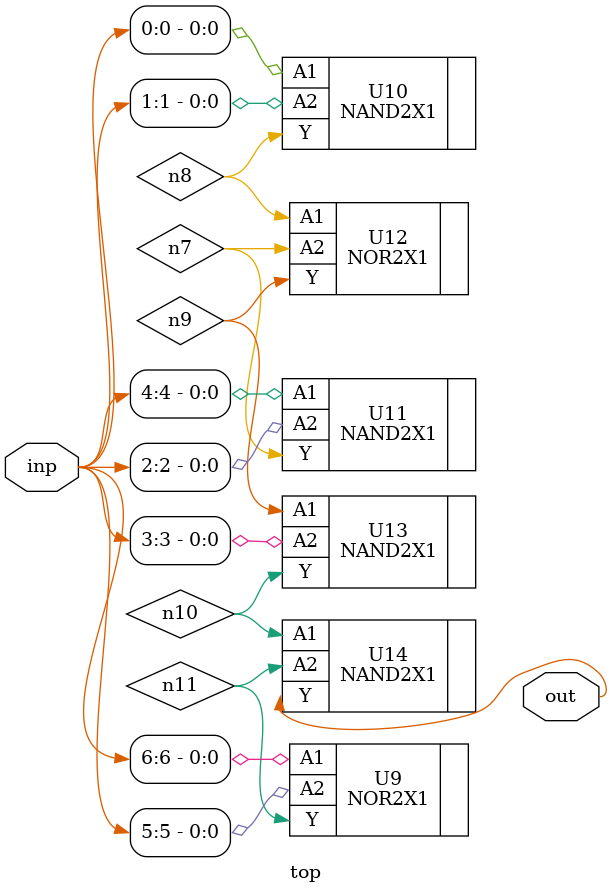
<source format=sv>


module top ( inp, out );
  input [6:0] inp;
  output out;
  wire   n7, n8, n9, n10, n11;

  NOR2X1 U9 ( .A1(inp[6]), .A2(inp[5]), .Y(n11) );
  NAND2X1 U10 ( .A1(inp[0]), .A2(inp[1]), .Y(n8) );
  NAND2X1 U11 ( .A1(inp[4]), .A2(inp[2]), .Y(n7) );
  NOR2X1 U12 ( .A1(n8), .A2(n7), .Y(n9) );
  NAND2X1 U13 ( .A1(n9), .A2(inp[3]), .Y(n10) );
  NAND2X1 U14 ( .A1(n10), .A2(n11), .Y(out) );
endmodule


</source>
